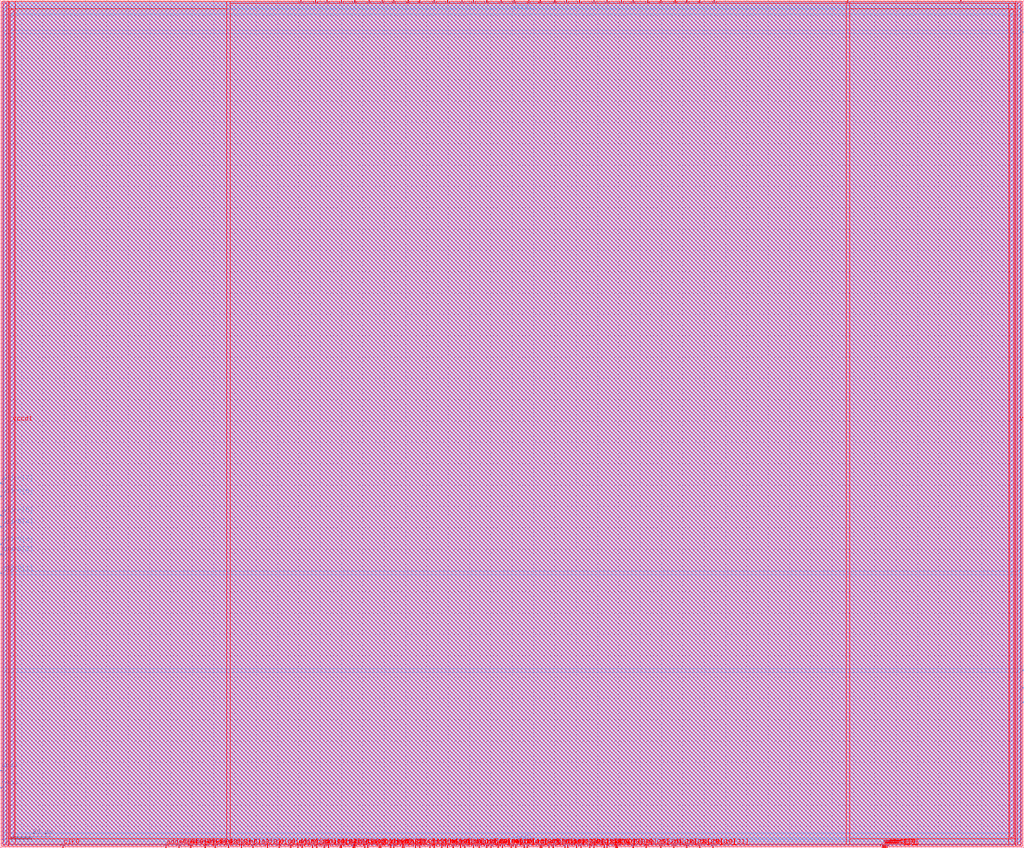
<source format=lef>
VERSION 5.4 ;
NAMESCASESENSITIVE ON ;
BUSBITCHARS "[]" ;
DIVIDERCHAR "/" ;
UNITS
  DATABASE MICRONS 2000 ;
END UNITS
MACRO sky130_sram_1kbyte_1rw1r_32x256_8
   CLASS BLOCK ;
   SIZE 479.78 BY 397.5 ;
   SYMMETRY X Y R90 ;
   PIN din0[0]
      DIRECTION INPUT ;
      PORT
         LAYER met4 ;
         RECT  106.76 0.0 107.14 1.06 ;
      END
   END din0[0]
   PIN din0[1]
      DIRECTION INPUT ;
      PORT
         LAYER met4 ;
         RECT  112.88 0.0 113.26 1.06 ;
      END
   END din0[1]
   PIN din0[2]
      DIRECTION INPUT ;
      PORT
         LAYER met4 ;
         RECT  118.32 0.0 118.7 1.06 ;
      END
   END din0[2]
   PIN din0[3]
      DIRECTION INPUT ;
      PORT
         LAYER met4 ;
         RECT  125.12 0.0 125.5 1.06 ;
      END
   END din0[3]
   PIN din0[4]
      DIRECTION INPUT ;
      PORT
         LAYER met4 ;
         RECT  130.56 0.0 130.94 1.06 ;
      END
   END din0[4]
   PIN din0[5]
      DIRECTION INPUT ;
      PORT
         LAYER met4 ;
         RECT  136.0 0.0 136.38 1.06 ;
      END
   END din0[5]
   PIN din0[6]
      DIRECTION INPUT ;
      PORT
         LAYER met4 ;
         RECT  141.44 0.0 141.82 1.06 ;
      END
   END din0[6]
   PIN din0[7]
      DIRECTION INPUT ;
      PORT
         LAYER met4 ;
         RECT  148.24 0.0 148.62 1.06 ;
      END
   END din0[7]
   PIN din0[8]
      DIRECTION INPUT ;
      PORT
         LAYER met4 ;
         RECT  153.68 0.0 154.06 1.06 ;
      END
   END din0[8]
   PIN din0[9]
      DIRECTION INPUT ;
      PORT
         LAYER met4 ;
         RECT  159.12 0.0 159.5 1.06 ;
      END
   END din0[9]
   PIN din0[10]
      DIRECTION INPUT ;
      PORT
         LAYER met4 ;
         RECT  165.24 0.0 165.62 1.06 ;
      END
   END din0[10]
   PIN din0[11]
      DIRECTION INPUT ;
      PORT
         LAYER met4 ;
         RECT  170.68 0.0 171.06 1.06 ;
      END
   END din0[11]
   PIN din0[12]
      DIRECTION INPUT ;
      PORT
         LAYER met4 ;
         RECT  177.48 0.0 177.86 1.06 ;
      END
   END din0[12]
   PIN din0[13]
      DIRECTION INPUT ;
      PORT
         LAYER met4 ;
         RECT  182.92 0.0 183.3 1.06 ;
      END
   END din0[13]
   PIN din0[14]
      DIRECTION INPUT ;
      PORT
         LAYER met4 ;
         RECT  188.36 0.0 188.74 1.06 ;
      END
   END din0[14]
   PIN din0[15]
      DIRECTION INPUT ;
      PORT
         LAYER met4 ;
         RECT  194.48 0.0 194.86 1.06 ;
      END
   END din0[15]
   PIN din0[16]
      DIRECTION INPUT ;
      PORT
         LAYER met4 ;
         RECT  201.28 0.0 201.66 1.06 ;
      END
   END din0[16]
   PIN din0[17]
      DIRECTION INPUT ;
      PORT
         LAYER met4 ;
         RECT  206.72 0.0 207.1 1.06 ;
      END
   END din0[17]
   PIN din0[18]
      DIRECTION INPUT ;
      PORT
         LAYER met4 ;
         RECT  212.16 0.0 212.54 1.06 ;
      END
   END din0[18]
   PIN din0[19]
      DIRECTION INPUT ;
      PORT
         LAYER met4 ;
         RECT  217.6 0.0 217.98 1.06 ;
      END
   END din0[19]
   PIN din0[20]
      DIRECTION INPUT ;
      PORT
         LAYER met4 ;
         RECT  224.4 0.0 224.78 1.06 ;
      END
   END din0[20]
   PIN din0[21]
      DIRECTION INPUT ;
      PORT
         LAYER met4 ;
         RECT  229.84 0.0 230.22 1.06 ;
      END
   END din0[21]
   PIN din0[22]
      DIRECTION INPUT ;
      PORT
         LAYER met4 ;
         RECT  235.28 0.0 235.66 1.06 ;
      END
   END din0[22]
   PIN din0[23]
      DIRECTION INPUT ;
      PORT
         LAYER met4 ;
         RECT  241.4 0.0 241.78 1.06 ;
      END
   END din0[23]
   PIN din0[24]
      DIRECTION INPUT ;
      PORT
         LAYER met4 ;
         RECT  246.84 0.0 247.22 1.06 ;
      END
   END din0[24]
   PIN din0[25]
      DIRECTION INPUT ;
      PORT
         LAYER met4 ;
         RECT  253.64 0.0 254.02 1.06 ;
      END
   END din0[25]
   PIN din0[26]
      DIRECTION INPUT ;
      PORT
         LAYER met4 ;
         RECT  259.08 0.0 259.46 1.06 ;
      END
   END din0[26]
   PIN din0[27]
      DIRECTION INPUT ;
      PORT
         LAYER met4 ;
         RECT  264.52 0.0 264.9 1.06 ;
      END
   END din0[27]
   PIN din0[28]
      DIRECTION INPUT ;
      PORT
         LAYER met4 ;
         RECT  269.96 0.0 270.34 1.06 ;
      END
   END din0[28]
   PIN din0[29]
      DIRECTION INPUT ;
      PORT
         LAYER met4 ;
         RECT  276.08 0.0 276.46 1.06 ;
      END
   END din0[29]
   PIN din0[30]
      DIRECTION INPUT ;
      PORT
         LAYER met4 ;
         RECT  282.88 0.0 283.26 1.06 ;
      END
   END din0[30]
   PIN din0[31]
      DIRECTION INPUT ;
      PORT
         LAYER met4 ;
         RECT  288.32 0.0 288.7 1.06 ;
      END
   END din0[31]
   PIN addr0[0]
      DIRECTION INPUT ;
      PORT
         LAYER met4 ;
         RECT  77.52 0.0 77.9 1.06 ;
      END
   END addr0[0]
   PIN addr0[1]
      DIRECTION INPUT ;
      PORT
         LAYER met3 ;
         RECT  0.0 128.52 1.06 128.9 ;
      END
   END addr0[1]
   PIN addr0[2]
      DIRECTION INPUT ;
      PORT
         LAYER met3 ;
         RECT  0.0 137.36 1.06 137.74 ;
      END
   END addr0[2]
   PIN addr0[3]
      DIRECTION INPUT ;
      PORT
         LAYER met3 ;
         RECT  0.0 142.12 1.06 142.5 ;
      END
   END addr0[3]
   PIN addr0[4]
      DIRECTION INPUT ;
      PORT
         LAYER met3 ;
         RECT  0.0 150.28 1.06 150.66 ;
      END
   END addr0[4]
   PIN addr0[5]
      DIRECTION INPUT ;
      PORT
         LAYER met3 ;
         RECT  0.0 155.72 1.06 156.1 ;
      END
   END addr0[5]
   PIN addr0[6]
      DIRECTION INPUT ;
      PORT
         LAYER met3 ;
         RECT  0.0 164.56 1.06 164.94 ;
      END
   END addr0[6]
   PIN addr0[7]
      DIRECTION INPUT ;
      PORT
         LAYER met3 ;
         RECT  0.0 170.68 1.06 171.06 ;
      END
   END addr0[7]
   PIN addr1[0]
      DIRECTION INPUT ;
      PORT
         LAYER met4 ;
         RECT  397.12 396.44 397.5 397.5 ;
      END
   END addr1[0]
   PIN addr1[1]
      DIRECTION INPUT ;
      PORT
         LAYER met3 ;
         RECT  478.72 82.96 479.78 83.34 ;
      END
   END addr1[1]
   PIN addr1[2]
      DIRECTION INPUT ;
      PORT
         LAYER met3 ;
         RECT  478.72 74.8 479.78 75.18 ;
      END
   END addr1[2]
   PIN addr1[3]
      DIRECTION INPUT ;
      PORT
         LAYER met3 ;
         RECT  478.72 68.0 479.78 68.38 ;
      END
   END addr1[3]
   PIN addr1[4]
      DIRECTION INPUT ;
      PORT
         LAYER met4 ;
         RECT  415.48 0.0 415.86 1.06 ;
      END
   END addr1[4]
   PIN addr1[5]
      DIRECTION INPUT ;
      PORT
         LAYER met4 ;
         RECT  413.44 0.0 413.82 1.06 ;
      END
   END addr1[5]
   PIN addr1[6]
      DIRECTION INPUT ;
      PORT
         LAYER met4 ;
         RECT  414.12 0.0 414.5 1.06 ;
      END
   END addr1[6]
   PIN addr1[7]
      DIRECTION INPUT ;
      PORT
         LAYER met4 ;
         RECT  414.8 0.0 415.18 1.06 ;
      END
   END addr1[7]
   PIN csb0
      DIRECTION INPUT ;
      PORT
         LAYER met3 ;
         RECT  0.0 27.88 1.06 28.26 ;
      END
   END csb0
   PIN csb1
      DIRECTION INPUT ;
      PORT
         LAYER met3 ;
         RECT  478.72 382.16 479.78 382.54 ;
      END
   END csb1
   PIN web0
      DIRECTION INPUT ;
      PORT
         LAYER met3 ;
         RECT  0.0 36.04 1.06 36.42 ;
      END
   END web0
   PIN clk0
      DIRECTION INPUT ;
      PORT
         LAYER met4 ;
         RECT  29.24 0.0 29.62 1.06 ;
      END
   END clk0
   PIN clk1
      DIRECTION INPUT ;
      PORT
         LAYER met4 ;
         RECT  450.16 396.44 450.54 397.5 ;
      END
   END clk1
   PIN wmask0[0]
      DIRECTION INPUT ;
      PORT
         LAYER met4 ;
         RECT  83.64 0.0 84.02 1.06 ;
      END
   END wmask0[0]
   PIN wmask0[1]
      DIRECTION INPUT ;
      PORT
         LAYER met4 ;
         RECT  89.08 0.0 89.46 1.06 ;
      END
   END wmask0[1]
   PIN wmask0[2]
      DIRECTION INPUT ;
      PORT
         LAYER met4 ;
         RECT  95.88 0.0 96.26 1.06 ;
      END
   END wmask0[2]
   PIN wmask0[3]
      DIRECTION INPUT ;
      PORT
         LAYER met4 ;
         RECT  100.64 0.0 101.02 1.06 ;
      END
   END wmask0[3]
   PIN dout0[0]
      DIRECTION OUTPUT ;
      PORT
         LAYER met4 ;
         RECT  139.4 0.0 139.78 1.06 ;
      END
   END dout0[0]
   PIN dout0[1]
      DIRECTION OUTPUT ;
      PORT
         LAYER met4 ;
         RECT  146.2 0.0 146.58 1.06 ;
      END
   END dout0[1]
   PIN dout0[2]
      DIRECTION OUTPUT ;
      PORT
         LAYER met4 ;
         RECT  151.64 0.0 152.02 1.06 ;
      END
   END dout0[2]
   PIN dout0[3]
      DIRECTION OUTPUT ;
      PORT
         LAYER met4 ;
         RECT  159.8 0.0 160.18 1.06 ;
      END
   END dout0[3]
   PIN dout0[4]
      DIRECTION OUTPUT ;
      PORT
         LAYER met4 ;
         RECT  165.92 0.0 166.3 1.06 ;
      END
   END dout0[4]
   PIN dout0[5]
      DIRECTION OUTPUT ;
      PORT
         LAYER met4 ;
         RECT  172.04 0.0 172.42 1.06 ;
      END
   END dout0[5]
   PIN dout0[6]
      DIRECTION OUTPUT ;
      PORT
         LAYER met4 ;
         RECT  178.16 0.0 178.54 1.06 ;
      END
   END dout0[6]
   PIN dout0[7]
      DIRECTION OUTPUT ;
      PORT
         LAYER met4 ;
         RECT  184.28 0.0 184.66 1.06 ;
      END
   END dout0[7]
   PIN dout0[8]
      DIRECTION OUTPUT ;
      PORT
         LAYER met4 ;
         RECT  189.04 0.0 189.42 1.06 ;
      END
   END dout0[8]
   PIN dout0[9]
      DIRECTION OUTPUT ;
      PORT
         LAYER met4 ;
         RECT  196.52 0.0 196.9 1.06 ;
      END
   END dout0[9]
   PIN dout0[10]
      DIRECTION OUTPUT ;
      PORT
         LAYER met4 ;
         RECT  203.32 0.0 203.7 1.06 ;
      END
   END dout0[10]
   PIN dout0[11]
      DIRECTION OUTPUT ;
      PORT
         LAYER met4 ;
         RECT  209.44 0.0 209.82 1.06 ;
      END
   END dout0[11]
   PIN dout0[12]
      DIRECTION OUTPUT ;
      PORT
         LAYER met4 ;
         RECT  215.56 0.0 215.94 1.06 ;
      END
   END dout0[12]
   PIN dout0[13]
      DIRECTION OUTPUT ;
      PORT
         LAYER met4 ;
         RECT  221.68 0.0 222.06 1.06 ;
      END
   END dout0[13]
   PIN dout0[14]
      DIRECTION OUTPUT ;
      PORT
         LAYER met4 ;
         RECT  227.8 0.0 228.18 1.06 ;
      END
   END dout0[14]
   PIN dout0[15]
      DIRECTION OUTPUT ;
      PORT
         LAYER met4 ;
         RECT  233.24 0.0 233.62 1.06 ;
      END
   END dout0[15]
   PIN dout0[16]
      DIRECTION OUTPUT ;
      PORT
         LAYER met4 ;
         RECT  239.36 0.0 239.74 1.06 ;
      END
   END dout0[16]
   PIN dout0[17]
      DIRECTION OUTPUT ;
      PORT
         LAYER met4 ;
         RECT  245.48 0.0 245.86 1.06 ;
      END
   END dout0[17]
   PIN dout0[18]
      DIRECTION OUTPUT ;
      PORT
         LAYER met4 ;
         RECT  252.96 0.0 253.34 1.06 ;
      END
   END dout0[18]
   PIN dout0[19]
      DIRECTION OUTPUT ;
      PORT
         LAYER met4 ;
         RECT  257.04 0.0 257.42 1.06 ;
      END
   END dout0[19]
   PIN dout0[20]
      DIRECTION OUTPUT ;
      PORT
         LAYER met4 ;
         RECT  265.88 0.0 266.26 1.06 ;
      END
   END dout0[20]
   PIN dout0[21]
      DIRECTION OUTPUT ;
      PORT
         LAYER met4 ;
         RECT  272.0 0.0 272.38 1.06 ;
      END
   END dout0[21]
   PIN dout0[22]
      DIRECTION OUTPUT ;
      PORT
         LAYER met4 ;
         RECT  278.12 0.0 278.5 1.06 ;
      END
   END dout0[22]
   PIN dout0[23]
      DIRECTION OUTPUT ;
      PORT
         LAYER met4 ;
         RECT  284.24 0.0 284.62 1.06 ;
      END
   END dout0[23]
   PIN dout0[24]
      DIRECTION OUTPUT ;
      PORT
         LAYER met4 ;
         RECT  289.0 0.0 289.38 1.06 ;
      END
   END dout0[24]
   PIN dout0[25]
      DIRECTION OUTPUT ;
      PORT
         LAYER met4 ;
         RECT  296.48 0.0 296.86 1.06 ;
      END
   END dout0[25]
   PIN dout0[26]
      DIRECTION OUTPUT ;
      PORT
         LAYER met4 ;
         RECT  302.6 0.0 302.98 1.06 ;
      END
   END dout0[26]
   PIN dout0[27]
      DIRECTION OUTPUT ;
      PORT
         LAYER met4 ;
         RECT  309.4 0.0 309.78 1.06 ;
      END
   END dout0[27]
   PIN dout0[28]
      DIRECTION OUTPUT ;
      PORT
         LAYER met4 ;
         RECT  315.52 0.0 315.9 1.06 ;
      END
   END dout0[28]
   PIN dout0[29]
      DIRECTION OUTPUT ;
      PORT
         LAYER met4 ;
         RECT  321.64 0.0 322.02 1.06 ;
      END
   END dout0[29]
   PIN dout0[30]
      DIRECTION OUTPUT ;
      PORT
         LAYER met4 ;
         RECT  327.76 0.0 328.14 1.06 ;
      END
   END dout0[30]
   PIN dout0[31]
      DIRECTION OUTPUT ;
      PORT
         LAYER met4 ;
         RECT  333.88 0.0 334.26 1.06 ;
      END
   END dout0[31]
   PIN dout1[0]
      DIRECTION OUTPUT ;
      PORT
         LAYER met4 ;
         RECT  140.76 396.44 141.14 397.5 ;
      END
   END dout1[0]
   PIN dout1[1]
      DIRECTION OUTPUT ;
      PORT
         LAYER met4 ;
         RECT  147.56 396.44 147.94 397.5 ;
      END
   END dout1[1]
   PIN dout1[2]
      DIRECTION OUTPUT ;
      PORT
         LAYER met4 ;
         RECT  153.0 396.44 153.38 397.5 ;
      END
   END dout1[2]
   PIN dout1[3]
      DIRECTION OUTPUT ;
      PORT
         LAYER met4 ;
         RECT  159.8 396.44 160.18 397.5 ;
      END
   END dout1[3]
   PIN dout1[4]
      DIRECTION OUTPUT ;
      PORT
         LAYER met4 ;
         RECT  165.92 396.44 166.3 397.5 ;
      END
   END dout1[4]
   PIN dout1[5]
      DIRECTION OUTPUT ;
      PORT
         LAYER met4 ;
         RECT  172.72 396.44 173.1 397.5 ;
      END
   END dout1[5]
   PIN dout1[6]
      DIRECTION OUTPUT ;
      PORT
         LAYER met4 ;
         RECT  178.84 396.44 179.22 397.5 ;
      END
   END dout1[6]
   PIN dout1[7]
      DIRECTION OUTPUT ;
      PORT
         LAYER met4 ;
         RECT  184.28 396.44 184.66 397.5 ;
      END
   END dout1[7]
   PIN dout1[8]
      DIRECTION OUTPUT ;
      PORT
         LAYER met4 ;
         RECT  191.08 396.44 191.46 397.5 ;
      END
   END dout1[8]
   PIN dout1[9]
      DIRECTION OUTPUT ;
      PORT
         LAYER met4 ;
         RECT  196.52 396.44 196.9 397.5 ;
      END
   END dout1[9]
   PIN dout1[10]
      DIRECTION OUTPUT ;
      PORT
         LAYER met4 ;
         RECT  203.32 396.44 203.7 397.5 ;
      END
   END dout1[10]
   PIN dout1[11]
      DIRECTION OUTPUT ;
      PORT
         LAYER met4 ;
         RECT  209.44 396.44 209.82 397.5 ;
      END
   END dout1[11]
   PIN dout1[12]
      DIRECTION OUTPUT ;
      PORT
         LAYER met4 ;
         RECT  216.24 396.44 216.62 397.5 ;
      END
   END dout1[12]
   PIN dout1[13]
      DIRECTION OUTPUT ;
      PORT
         LAYER met4 ;
         RECT  221.68 396.44 222.06 397.5 ;
      END
   END dout1[13]
   PIN dout1[14]
      DIRECTION OUTPUT ;
      PORT
         LAYER met4 ;
         RECT  227.8 396.44 228.18 397.5 ;
      END
   END dout1[14]
   PIN dout1[15]
      DIRECTION OUTPUT ;
      PORT
         LAYER met4 ;
         RECT  234.6 396.44 234.98 397.5 ;
      END
   END dout1[15]
   PIN dout1[16]
      DIRECTION OUTPUT ;
      PORT
         LAYER met4 ;
         RECT  240.72 396.44 241.1 397.5 ;
      END
   END dout1[16]
   PIN dout1[17]
      DIRECTION OUTPUT ;
      PORT
         LAYER met4 ;
         RECT  247.52 396.44 247.9 397.5 ;
      END
   END dout1[17]
   PIN dout1[18]
      DIRECTION OUTPUT ;
      PORT
         LAYER met4 ;
         RECT  252.96 396.44 253.34 397.5 ;
      END
   END dout1[18]
   PIN dout1[19]
      DIRECTION OUTPUT ;
      PORT
         LAYER met4 ;
         RECT  259.76 396.44 260.14 397.5 ;
      END
   END dout1[19]
   PIN dout1[20]
      DIRECTION OUTPUT ;
      PORT
         LAYER met4 ;
         RECT  265.2 396.44 265.58 397.5 ;
      END
   END dout1[20]
   PIN dout1[21]
      DIRECTION OUTPUT ;
      PORT
         LAYER met4 ;
         RECT  271.32 396.44 271.7 397.5 ;
      END
   END dout1[21]
   PIN dout1[22]
      DIRECTION OUTPUT ;
      PORT
         LAYER met4 ;
         RECT  278.12 396.44 278.5 397.5 ;
      END
   END dout1[22]
   PIN dout1[23]
      DIRECTION OUTPUT ;
      PORT
         LAYER met4 ;
         RECT  284.24 396.44 284.62 397.5 ;
      END
   END dout1[23]
   PIN dout1[24]
      DIRECTION OUTPUT ;
      PORT
         LAYER met4 ;
         RECT  291.04 396.44 291.42 397.5 ;
      END
   END dout1[24]
   PIN dout1[25]
      DIRECTION OUTPUT ;
      PORT
         LAYER met4 ;
         RECT  296.48 396.44 296.86 397.5 ;
      END
   END dout1[25]
   PIN dout1[26]
      DIRECTION OUTPUT ;
      PORT
         LAYER met4 ;
         RECT  303.28 396.44 303.66 397.5 ;
      END
   END dout1[26]
   PIN dout1[27]
      DIRECTION OUTPUT ;
      PORT
         LAYER met4 ;
         RECT  309.4 396.44 309.78 397.5 ;
      END
   END dout1[27]
   PIN dout1[28]
      DIRECTION OUTPUT ;
      PORT
         LAYER met4 ;
         RECT  316.2 396.44 316.58 397.5 ;
      END
   END dout1[28]
   PIN dout1[29]
      DIRECTION OUTPUT ;
      PORT
         LAYER met4 ;
         RECT  321.64 396.44 322.02 397.5 ;
      END
   END dout1[29]
   PIN dout1[30]
      DIRECTION OUTPUT ;
      PORT
         LAYER met4 ;
         RECT  327.76 396.44 328.14 397.5 ;
      END
   END dout1[30]
   PIN dout1[31]
      DIRECTION OUTPUT ;
      PORT
         LAYER met4 ;
         RECT  334.56 396.44 334.94 397.5 ;
      END
   END dout1[31]
   PIN vccd1
      DIRECTION INOUT ;
      USE POWER ; 
      SHAPE ABUTMENT ; 
      PORT
         LAYER met4 ;
         RECT  473.28 4.76 475.02 392.74 ;
         LAYER met4 ;
         RECT  4.76 4.76 6.5 392.74 ;
         LAYER met3 ;
         RECT  4.76 4.76 475.02 6.5 ;
         LAYER met3 ;
         RECT  4.76 391.0 475.02 392.74 ;
      END
   END vccd1
   PIN vssd1
      DIRECTION INOUT ;
      USE GROUND ; 
      SHAPE ABUTMENT ; 
      PORT
         LAYER met4 ;
         RECT  1.36 1.36 3.1 396.14 ;
         LAYER met3 ;
         RECT  1.36 394.4 478.42 396.14 ;
         LAYER met3 ;
         RECT  1.36 1.36 478.42 3.1 ;
         LAYER met4 ;
         RECT  476.68 1.36 478.42 396.14 ;
      END
   END vssd1
   OBS
   LAYER  li1 ;
      RECT  0.62 0.62 479.16 396.88 ;
   LAYER  met1 ;
      RECT  0.62 0.62 479.16 396.88 ;
   LAYER  met2 ;
      RECT  0.62 0.62 479.16 396.88 ;
   LAYER  met3 ;
      RECT  1.66 127.92 479.16 129.5 ;
      RECT  0.62 129.5 1.66 136.76 ;
      RECT  0.62 138.34 1.66 141.52 ;
      RECT  0.62 143.1 1.66 149.68 ;
      RECT  0.62 151.26 1.66 155.12 ;
      RECT  0.62 156.7 1.66 163.96 ;
      RECT  0.62 165.54 1.66 170.08 ;
      RECT  1.66 82.36 478.12 83.94 ;
      RECT  1.66 83.94 478.12 127.92 ;
      RECT  478.12 83.94 479.16 127.92 ;
      RECT  478.12 75.78 479.16 82.36 ;
      RECT  478.12 68.98 479.16 74.2 ;
      RECT  1.66 129.5 478.12 381.56 ;
      RECT  1.66 381.56 478.12 383.14 ;
      RECT  478.12 129.5 479.16 381.56 ;
      RECT  0.62 28.86 1.66 35.44 ;
      RECT  0.62 37.02 1.66 127.92 ;
      RECT  1.66 4.16 4.16 7.1 ;
      RECT  1.66 7.1 4.16 82.36 ;
      RECT  4.16 7.1 475.62 82.36 ;
      RECT  475.62 4.16 478.12 7.1 ;
      RECT  475.62 7.1 478.12 82.36 ;
      RECT  1.66 383.14 4.16 390.4 ;
      RECT  1.66 390.4 4.16 393.34 ;
      RECT  4.16 383.14 475.62 390.4 ;
      RECT  475.62 383.14 478.12 390.4 ;
      RECT  475.62 390.4 478.12 393.34 ;
      RECT  0.62 171.66 0.76 393.8 ;
      RECT  0.62 393.8 0.76 396.74 ;
      RECT  0.62 396.74 0.76 396.88 ;
      RECT  0.76 171.66 1.66 393.8 ;
      RECT  0.76 396.74 1.66 396.88 ;
      RECT  478.12 383.14 479.02 393.8 ;
      RECT  478.12 396.74 479.02 396.88 ;
      RECT  479.02 383.14 479.16 393.8 ;
      RECT  479.02 393.8 479.16 396.74 ;
      RECT  479.02 396.74 479.16 396.88 ;
      RECT  1.66 393.34 4.16 393.8 ;
      RECT  1.66 396.74 4.16 396.88 ;
      RECT  4.16 393.34 475.62 393.8 ;
      RECT  4.16 396.74 475.62 396.88 ;
      RECT  475.62 393.34 478.12 393.8 ;
      RECT  475.62 396.74 478.12 396.88 ;
      RECT  478.12 0.62 479.02 0.76 ;
      RECT  478.12 3.7 479.02 67.4 ;
      RECT  479.02 0.62 479.16 0.76 ;
      RECT  479.02 0.76 479.16 3.7 ;
      RECT  479.02 3.7 479.16 67.4 ;
      RECT  0.62 0.62 0.76 0.76 ;
      RECT  0.62 0.76 0.76 3.7 ;
      RECT  0.62 3.7 0.76 27.28 ;
      RECT  0.76 0.62 1.66 0.76 ;
      RECT  0.76 3.7 1.66 27.28 ;
      RECT  1.66 0.62 4.16 0.76 ;
      RECT  1.66 3.7 4.16 4.16 ;
      RECT  4.16 0.62 475.62 0.76 ;
      RECT  4.16 3.7 475.62 4.16 ;
      RECT  475.62 0.62 478.12 0.76 ;
      RECT  475.62 3.7 478.12 4.16 ;
   LAYER  met4 ;
      RECT  106.16 1.66 107.74 396.88 ;
      RECT  107.74 0.62 112.28 1.66 ;
      RECT  113.86 0.62 117.72 1.66 ;
      RECT  119.3 0.62 124.52 1.66 ;
      RECT  126.1 0.62 129.96 1.66 ;
      RECT  131.54 0.62 135.4 1.66 ;
      RECT  154.66 0.62 158.52 1.66 ;
      RECT  260.06 0.62 263.92 1.66 ;
      RECT  107.74 1.66 396.52 395.84 ;
      RECT  396.52 1.66 398.1 395.84 ;
      RECT  30.22 0.62 76.92 1.66 ;
      RECT  398.1 395.84 449.56 396.88 ;
      RECT  78.5 0.62 83.04 1.66 ;
      RECT  84.62 0.62 88.48 1.66 ;
      RECT  90.06 0.62 95.28 1.66 ;
      RECT  96.86 0.62 100.04 1.66 ;
      RECT  101.62 0.62 106.16 1.66 ;
      RECT  136.98 0.62 138.8 1.66 ;
      RECT  140.38 0.62 140.84 1.66 ;
      RECT  142.42 0.62 145.6 1.66 ;
      RECT  147.18 0.62 147.64 1.66 ;
      RECT  149.22 0.62 151.04 1.66 ;
      RECT  152.62 0.62 153.08 1.66 ;
      RECT  160.78 0.62 164.64 1.66 ;
      RECT  166.9 0.62 170.08 1.66 ;
      RECT  173.02 0.62 176.88 1.66 ;
      RECT  179.14 0.62 182.32 1.66 ;
      RECT  185.26 0.62 187.76 1.66 ;
      RECT  190.02 0.62 193.88 1.66 ;
      RECT  195.46 0.62 195.92 1.66 ;
      RECT  197.5 0.62 200.68 1.66 ;
      RECT  202.26 0.62 202.72 1.66 ;
      RECT  204.3 0.62 206.12 1.66 ;
      RECT  207.7 0.62 208.84 1.66 ;
      RECT  210.42 0.62 211.56 1.66 ;
      RECT  213.14 0.62 214.96 1.66 ;
      RECT  216.54 0.62 217.0 1.66 ;
      RECT  218.58 0.62 221.08 1.66 ;
      RECT  222.66 0.62 223.8 1.66 ;
      RECT  225.38 0.62 227.2 1.66 ;
      RECT  228.78 0.62 229.24 1.66 ;
      RECT  230.82 0.62 232.64 1.66 ;
      RECT  234.22 0.62 234.68 1.66 ;
      RECT  236.26 0.62 238.76 1.66 ;
      RECT  240.34 0.62 240.8 1.66 ;
      RECT  242.38 0.62 244.88 1.66 ;
      RECT  247.82 0.62 252.36 1.66 ;
      RECT  254.62 0.62 256.44 1.66 ;
      RECT  258.02 0.62 258.48 1.66 ;
      RECT  266.86 0.62 269.36 1.66 ;
      RECT  270.94 0.62 271.4 1.66 ;
      RECT  272.98 0.62 275.48 1.66 ;
      RECT  277.06 0.62 277.52 1.66 ;
      RECT  279.1 0.62 282.28 1.66 ;
      RECT  285.22 0.62 287.72 1.66 ;
      RECT  289.98 0.62 295.88 1.66 ;
      RECT  297.46 0.62 302.0 1.66 ;
      RECT  303.58 0.62 308.8 1.66 ;
      RECT  310.38 0.62 314.92 1.66 ;
      RECT  316.5 0.62 321.04 1.66 ;
      RECT  322.62 0.62 327.16 1.66 ;
      RECT  328.74 0.62 333.28 1.66 ;
      RECT  334.86 0.62 412.84 1.66 ;
      RECT  107.74 395.84 140.16 396.88 ;
      RECT  141.74 395.84 146.96 396.88 ;
      RECT  148.54 395.84 152.4 396.88 ;
      RECT  153.98 395.84 159.2 396.88 ;
      RECT  160.78 395.84 165.32 396.88 ;
      RECT  166.9 395.84 172.12 396.88 ;
      RECT  173.7 395.84 178.24 396.88 ;
      RECT  179.82 395.84 183.68 396.88 ;
      RECT  185.26 395.84 190.48 396.88 ;
      RECT  192.06 395.84 195.92 396.88 ;
      RECT  197.5 395.84 202.72 396.88 ;
      RECT  204.3 395.84 208.84 396.88 ;
      RECT  210.42 395.84 215.64 396.88 ;
      RECT  217.22 395.84 221.08 396.88 ;
      RECT  222.66 395.84 227.2 396.88 ;
      RECT  228.78 395.84 234.0 396.88 ;
      RECT  235.58 395.84 240.12 396.88 ;
      RECT  241.7 395.84 246.92 396.88 ;
      RECT  248.5 395.84 252.36 396.88 ;
      RECT  253.94 395.84 259.16 396.88 ;
      RECT  260.74 395.84 264.6 396.88 ;
      RECT  266.18 395.84 270.72 396.88 ;
      RECT  272.3 395.84 277.52 396.88 ;
      RECT  279.1 395.84 283.64 396.88 ;
      RECT  285.22 395.84 290.44 396.88 ;
      RECT  292.02 395.84 295.88 396.88 ;
      RECT  297.46 395.84 302.68 396.88 ;
      RECT  304.26 395.84 308.8 396.88 ;
      RECT  310.38 395.84 315.6 396.88 ;
      RECT  317.18 395.84 321.04 396.88 ;
      RECT  322.62 395.84 327.16 396.88 ;
      RECT  328.74 395.84 333.96 396.88 ;
      RECT  335.54 395.84 396.52 396.88 ;
      RECT  398.1 1.66 472.68 4.16 ;
      RECT  398.1 4.16 472.68 393.34 ;
      RECT  398.1 393.34 472.68 395.84 ;
      RECT  472.68 1.66 475.62 4.16 ;
      RECT  472.68 393.34 475.62 395.84 ;
      RECT  4.16 1.66 7.1 4.16 ;
      RECT  4.16 393.34 7.1 396.88 ;
      RECT  7.1 1.66 106.16 4.16 ;
      RECT  7.1 4.16 106.16 393.34 ;
      RECT  7.1 393.34 106.16 396.88 ;
      RECT  0.62 0.62 0.76 0.76 ;
      RECT  0.62 0.76 0.76 1.66 ;
      RECT  0.76 0.62 3.7 0.76 ;
      RECT  3.7 0.62 28.64 0.76 ;
      RECT  3.7 0.76 28.64 1.66 ;
      RECT  0.62 1.66 0.76 4.16 ;
      RECT  3.7 1.66 4.16 4.16 ;
      RECT  0.62 4.16 0.76 393.34 ;
      RECT  3.7 4.16 4.16 393.34 ;
      RECT  0.62 393.34 0.76 396.74 ;
      RECT  0.62 396.74 0.76 396.88 ;
      RECT  0.76 396.74 3.7 396.88 ;
      RECT  3.7 393.34 4.16 396.74 ;
      RECT  3.7 396.74 4.16 396.88 ;
      RECT  416.46 0.62 476.08 0.76 ;
      RECT  416.46 0.76 476.08 1.66 ;
      RECT  476.08 0.62 479.02 0.76 ;
      RECT  479.02 0.62 479.16 0.76 ;
      RECT  479.02 0.76 479.16 1.66 ;
      RECT  451.14 395.84 476.08 396.74 ;
      RECT  451.14 396.74 476.08 396.88 ;
      RECT  476.08 396.74 479.02 396.88 ;
      RECT  479.02 395.84 479.16 396.74 ;
      RECT  479.02 396.74 479.16 396.88 ;
      RECT  475.62 1.66 476.08 4.16 ;
      RECT  479.02 1.66 479.16 4.16 ;
      RECT  475.62 4.16 476.08 393.34 ;
      RECT  479.02 4.16 479.16 393.34 ;
      RECT  475.62 393.34 476.08 395.84 ;
      RECT  479.02 393.34 479.16 395.84 ;
   END
END    sky130_sram_1kbyte_1rw1r_32x256_8
END    LIBRARY

</source>
